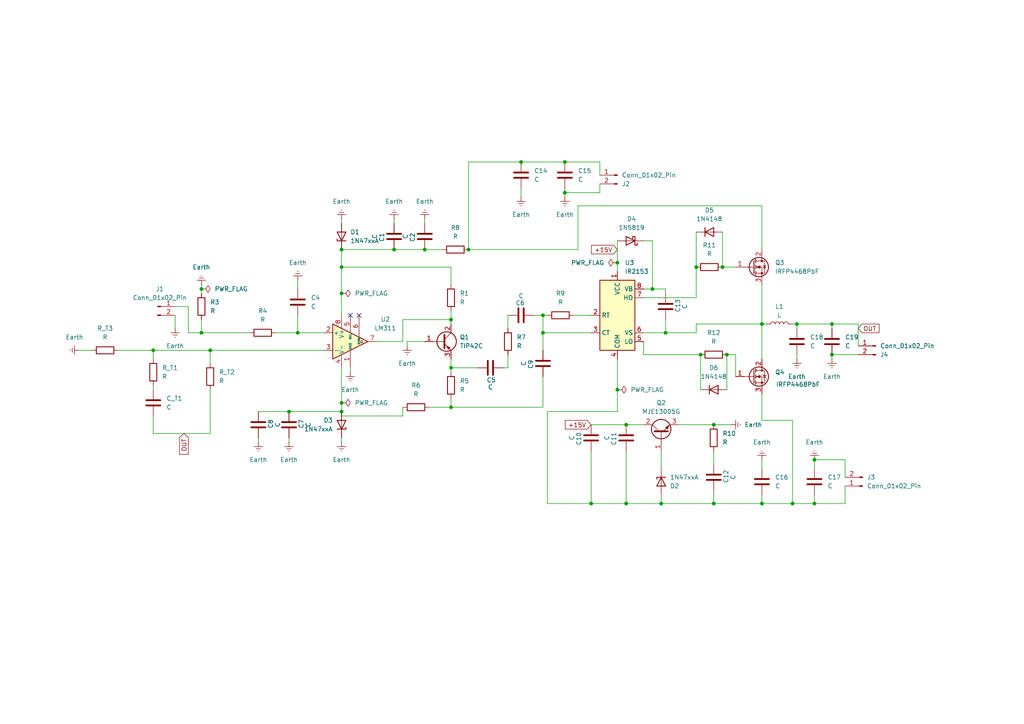
<source format=kicad_sch>
(kicad_sch (version 20250114) (generator "eeschema") (generator_version "9.0")
  (paper "A4")
  (lib_symbols
    (symbol "Comparator:LM311" (pin_names (offset 0.127))
      (property "Reference" "U" (at 3.81 6.35 0))
      (property "Value" "LM311" (at 3.81 3.81 0))
      (symbol "LM311_0_1"
        (polyline (pts (xy 3.683 -0.381) (xy 3.302 -0.381) (xy 3.683 0) (xy 3.302 0.381) (xy 2.921 0) (xy 3.302 -0.381) (xy 2.921 -0.381)) (stroke (width 0.127)))
        (polyline (pts (xy 5.08 0) (xy -5.08 5.08) (xy -5.08 -5.08) (xy 5.08 0)) (stroke (width 0.254)) (fill (type background)))
      )
      (symbol "LM311_1_1"
        (pin input line (at -7.62 2.54 0) (length 2.54) (name "+") (number "2"))
        (pin input line (at -7.62 -2.54 0) (length 2.54) (name "-") (number "3"))
        (pin power_in line (at -2.54 7.62 270) (length 3.81) (name "V+") (number "8"))
        (pin power_in line (at -2.54 -7.62 90) (length 3.81) (name "V-") (number "4"))
        (pin input line (at 0 7.62 270) (length 5.08) (name "BAL") (number "5"))
        (pin passive line (at 0 -7.62 90) (length 5.08) (name "GND") (number "1"))
        (pin input line (at 2.54 7.62 270) (length 6.35) (name "STRB") (number "6"))
        (pin open_collector line (at 7.62 0 180) (length 2.54) (name "~") (number "7"))
      )
    )
    (symbol "Connector:Conn_01x02_Pin" (pin_names (offset 1.016) (hide yes))
      (property "Reference" "J" (at 0 2.54 0))
      (property "Value" "Conn_01x02_Pin" (at 0 -5.08 0))
      (symbol "Conn_01x02_Pin_1_1"
        (rectangle (start 0.8636 0.127) (end 0 -0.127) (stroke (width 0.1524)) (fill (type outline)))
        (rectangle (start 0.8636 -2.413) (end 0 -2.667) (stroke (width 0.1524)) (fill (type outline)))
        (polyline (pts (xy 1.27 0) (xy 0.8636 0)) (stroke (width 0.1524)))
        (polyline (pts (xy 1.27 -2.54) (xy 0.8636 -2.54)) (stroke (width 0.1524)))
        (pin passive line (at 5.08 0 180) (length 3.81) (name "Pin_1") (number "1"))
        (pin passive line (at 5.08 -2.54 180) (length 3.81) (name "Pin_2") (number "2"))
      )
    )
    (symbol "Device:C" (pin_numbers (hide yes)) (pin_names (offset 0.254))
      (property "Reference" "C" (at 0.635 2.54 0))
      (property "Value" "C" (at 0.635 -2.54 0))
      (symbol "C_0_1"
        (polyline (pts (xy -2.032 0.762) (xy 2.032 0.762)) (stroke (width 0.508)))
        (polyline (pts (xy -2.032 -0.762) (xy 2.032 -0.762)) (stroke (width 0.508)))
      )
      (symbol "C_1_1"
        (pin passive line (at 0 3.81 270) (length 2.794) (name "~") (number "1"))
        (pin passive line (at 0 -3.81 90) (length 2.794) (name "~") (number "2"))
      )
    )
    (symbol "Device:L" (pin_numbers (hide yes)) (pin_names (offset 1.016) (hide yes))
      (property "Reference" "L" (at -1.27 0 90))
      (property "Value" "L" (at 1.905 0 90))
      (symbol "L_0_1"
        (arc (start 0 2.54) (mid 0.6323 1.905) (end 0 1.27))
        (arc (start 0 1.27) (mid 0.6323 0.635) (end 0 0))
        (arc (start 0 0) (mid 0.6323 -0.635) (end 0 -1.27))
        (arc (start 0 -1.27) (mid 0.6323 -1.905) (end 0 -2.54))
      )
      (symbol "L_1_1"
        (pin passive line (at 0 3.81 270) (length 1.27) (name "1") (number "1"))
        (pin passive line (at 0 -3.81 90) (length 1.27) (name "2") (number "2"))
      )
    )
    (symbol "Device:R" (pin_numbers (hide yes)) (pin_names (offset 0))
      (property "Reference" "R" (at 2.032 0 90))
      (property "Value" "R" (at 0 0 90))
      (symbol "R_0_1"
        (rectangle (start -1.016 -2.54) (end 1.016 2.54) (stroke (width 0.254)))
      )
      (symbol "R_1_1"
        (pin passive line (at 0 3.81 270) (length 1.27) (name "~") (number "1"))
        (pin passive line (at 0 -3.81 90) (length 1.27) (name "~") (number "2"))
      )
    )
    (symbol "Diode:1N4148" (pin_numbers (hide yes)) (pin_names (hide yes))
      (property "Reference" "D" (at 0 2.54 0))
      (property "Value" "1N4148" (at 0 -2.54 0))
      (symbol "1N4148_0_1"
        (polyline (pts (xy -1.27 1.27) (xy -1.27 -1.27)) (stroke (width 0.254)))
        (polyline (pts (xy 1.27 1.27) (xy 1.27 -1.27) (xy -1.27 0) (xy 1.27 1.27)) (stroke (width 0.254)))
        (polyline (pts (xy 1.27 0) (xy -1.27 0)))
      )
      (symbol "1N4148_1_1"
        (pin passive line (at -3.81 0 0) (length 2.54) (name "K") (number "1"))
        (pin passive line (at 3.81 0 180) (length 2.54) (name "A") (number "2"))
      )
    )
    (symbol "Diode:1N47xxA" (pin_numbers (hide yes)) (pin_names (hide yes))
      (property "Reference" "D" (at 0 2.54 0))
      (property "Value" "1N47xxA" (at 0 -2.54 0))
      (symbol "1N47xxA_0_1"
        (polyline (pts (xy -1.27 -1.27) (xy -1.27 1.27) (xy -0.762 1.27)) (stroke (width 0.254)))
        (polyline (pts (xy 1.27 0) (xy -1.27 0)))
        (polyline (pts (xy 1.27 -1.27) (xy 1.27 1.27) (xy -1.27 0) (xy 1.27 -1.27)) (stroke (width 0.254)))
      )
      (symbol "1N47xxA_1_1"
        (pin passive line (at -3.81 0 0) (length 2.54) (name "K") (number "1"))
        (pin passive line (at 3.81 0 180) (length 2.54) (name "A") (number "2"))
      )
    )
    (symbol "Diode:1N5819" (pin_numbers (hide yes)) (pin_names (offset 1.016) (hide yes))
      (property "Reference" "D" (at 0 2.54 0))
      (property "Value" "1N5819" (at 0 -2.54 0))
      (symbol "1N5819_0_1"
        (polyline (pts (xy -1.905 0.635) (xy -1.905 1.27) (xy -1.27 1.27) (xy -1.27 -1.27) (xy -0.635 -1.27) (xy -0.635 -0.635)) (stroke (width 0.254)))
        (polyline (pts (xy 1.27 1.27) (xy 1.27 -1.27) (xy -1.27 0) (xy 1.27 1.27)) (stroke (width 0.254)))
        (polyline (pts (xy 1.27 0) (xy -1.27 0)))
      )
      (symbol "1N5819_1_1"
        (pin passive line (at -3.81 0 0) (length 2.54) (name "K") (number "1"))
        (pin passive line (at 3.81 0 180) (length 2.54) (name "A") (number "2"))
      )
    )
    (symbol "Driver_FET:IR2153"
      (property "Reference" "U" (at 1.27 13.335 0))
      (property "Value" "IR2153" (at 1.27 11.43 0))
      (symbol "IR2153_0_1"
        (rectangle (start -5.08 -10.16) (end 5.08 10.16) (stroke (width 0.254)) (fill (type background)))
      )
      (symbol "IR2153_1_1"
        (pin passive line (at -7.62 0 0) (length 2.54) (name "RT") (number "2"))
        (pin passive line (at -7.62 -5.08 0) (length 2.54) (name "CT") (number "3"))
        (pin power_in line (at 0 12.7 270) (length 2.54) (name "VCC") (number "1"))
        (pin power_in line (at 0 -12.7 90) (length 2.54) (name "COM") (number "4"))
        (pin passive line (at 7.62 7.62 180) (length 2.54) (name "VB") (number "8"))
        (pin output line (at 7.62 5.08 180) (length 2.54) (name "HO") (number "7"))
        (pin passive line (at 7.62 -5.08 180) (length 2.54) (name "VS") (number "6"))
        (pin output line (at 7.62 -7.62 180) (length 2.54) (name "LO") (number "5"))
      )
    )
    (symbol "Transistor_BJT:MJE13005G" (pin_names (offset 0) (hide yes))
      (property "Reference" "Q" (at 6.35 1.905 0))
      (property "Value" "MJE13005G" (at 6.35 0 0))
      (symbol "MJE13005G_0_1"
        (polyline (pts (xy -2.54 0) (xy 0.635 0)))
        (polyline (pts (xy 0.635 1.905) (xy 0.635 -1.905)) (stroke (width 0.508)))
        (circle (center 1.27 0) (radius 2.8194) (stroke (width 0.254)))
      )
      (symbol "MJE13005G_1_1"
        (polyline (pts (xy 0.635 0.635) (xy 2.54 2.54)))
        (polyline (pts (xy 0.635 -0.635) (xy 2.54 -2.54)))
        (polyline (pts (xy 1.27 -1.778) (xy 1.778 -1.27) (xy 2.286 -2.286) (xy 1.27 -1.778)) (fill (type outline)))
        (pin input line (at -5.08 0 0) (length 2.54) (name "B") (number "1"))
        (pin passive line (at 2.54 5.08 270) (length 2.54) (name "C") (number "2"))
        (pin passive line (at 2.54 -5.08 90) (length 2.54) (name "E") (number "3"))
      )
    )
    (symbol "Transistor_BJT:TIP42C" (pin_names (offset 0) (hide yes))
      (property "Reference" "Q" (at 6.35 1.905 0))
      (property "Value" "TIP42C" (at 6.35 0 0))
      (symbol "TIP42C_0_1"
        (polyline (pts (xy -2.54 0) (xy 0.635 0)))
        (polyline (pts (xy 0.635 1.905) (xy 0.635 -1.905)) (stroke (width 0.508)))
        (polyline (pts (xy 0.635 0.635) (xy 2.54 2.54)))
        (polyline (pts (xy 0.635 -0.635) (xy 2.54 -2.54)))
        (circle (center 1.27 0) (radius 2.8194) (stroke (width 0.254)))
        (polyline (pts (xy 2.286 -1.778) (xy 1.778 -2.286) (xy 1.27 -1.27) (xy 2.286 -1.778)) (fill (type outline)))
      )
      (symbol "TIP42C_1_1"
        (pin input line (at -5.08 0 0) (length 2.54) (name "B") (number "1"))
        (pin passive line (at 2.54 5.08 270) (length 2.54) (name "C") (number "2"))
        (pin passive line (at 2.54 -5.08 90) (length 2.54) (name "E") (number "3"))
      )
    )
    (symbol "Transistor_FET:IRFP4468PbF" (pin_names (hide yes))
      (property "Reference" "Q" (at 5.08 1.905 0))
      (property "Value" "IRFP4468PbF" (at 5.08 0 0))
      (symbol "IRFP4468PbF_0_1"
        (polyline (pts (xy 0.254 1.905) (xy 0.254 -1.905)) (stroke (width 0.254)))
        (polyline (pts (xy 0.254 0) (xy -2.54 0)))
        (polyline (pts (xy 0.762 2.286) (xy 0.762 1.27)) (stroke (width 0.254)))
        (polyline (pts (xy 0.762 0.508) (xy 0.762 -0.508)) (stroke (width 0.254)))
        (polyline (pts (xy 0.762 -1.27) (xy 0.762 -2.286)) (stroke (width 0.254)))
        (polyline (pts (xy 0.762 -1.778) (xy 3.302 -1.778) (xy 3.302 1.778) (xy 0.762 1.778)))
        (polyline (pts (xy 1.016 0) (xy 2.032 0.381) (xy 2.032 -0.381) (xy 1.016 0)) (fill (type outline)))
        (circle (center 1.651 0) (radius 2.794) (stroke (width 0.254)))
        (polyline (pts (xy 2.54 2.54) (xy 2.54 1.778)))
        (circle (center 2.54 1.778) (radius 0.254) (fill (type outline)))
        (circle (center 2.54 -1.778) (radius 0.254) (fill (type outline)))
        (polyline (pts (xy 2.54 -2.54) (xy 2.54 0) (xy 0.762 0)))
        (polyline (pts (xy 2.794 0.508) (xy 2.921 0.381) (xy 3.683 0.381) (xy 3.81 0.254)))
        (polyline (pts (xy 3.302 0.381) (xy 2.921 -0.254) (xy 3.683 -0.254) (xy 3.302 0.381)))
      )
      (symbol "IRFP4468PbF_1_1"
        (pin input line (at -5.08 0 0) (length 2.54) (name "G") (number "1"))
        (pin passive line (at 2.54 5.08 270) (length 2.54) (name "D") (number "2"))
        (pin passive line (at 2.54 -5.08 90) (length 2.54) (name "S") (number "3"))
      )
    )
    (symbol "power:Earth" (power) (pin_numbers (hide yes)) (pin_names (offset 0) (hide yes))
      (property "Value" "Earth" (at 0 -3.81 0))
      (symbol "Earth_0_1"
        (polyline (pts (xy -0.635 -1.905) (xy 0.635 -1.905)))
        (polyline (pts (xy -0.127 -2.54) (xy 0.127 -2.54)))
        (polyline (pts (xy 0 -1.27) (xy 0 0)))
        (polyline (pts (xy 1.27 -1.27) (xy -1.27 -1.27)))
      )
      (symbol "Earth_1_1"
        (pin power_in line (at 0 0 270) (length 0) (name "~") (number "1"))
      )
    )
    (symbol "power:PWR_FLAG" (power) (pin_numbers (hide yes)) (pin_names (offset 0) (hide yes))
      (property "Value" "PWR_FLAG" (at 0 3.81 0))
      (symbol "PWR_FLAG_0_0"
        (pin power_out line (at 0 0 90) (length 0) (name "~") (number "1"))
      )
      (symbol "PWR_FLAG_0_1"
        (polyline (pts (xy 0 0) (xy 0 1.27) (xy -1.016 1.905) (xy 0 2.54) (xy 1.016 1.905) (xy 0 1.27)))
      )
    )
  )
  (junction (at 130.81 92.71))
  (junction (at 220.98 146.05))
  (junction (at 58.42 83.82))
  (junction (at 157.48 91.44))
  (junction (at 163.83 46.99))
  (junction (at 220.98 93.98))
  (junction (at 58.42 96.52))
  (junction (at 163.83 55.88))
  (junction (at 241.3 102.87))
  (junction (at 60.96 101.6))
  (junction (at 209.55 77.47))
  (junction (at 44.45 101.6))
  (junction (at 83.82 119.38))
  (junction (at 157.48 96.52))
  (junction (at 171.45 146.05))
  (junction (at 210.82 102.87))
  (junction (at 203.2 102.87))
  (junction (at 189.23 83.82))
  (junction (at 123.19 72.39))
  (junction (at 114.3 72.39))
  (junction (at 193.04 96.52))
  (junction (at 99.06 72.39))
  (junction (at 151.13 46.99))
  (junction (at 86.36 96.52))
  (junction (at 135.89 72.39))
  (junction (at 207.01 146.05))
  (junction (at 231.14 93.98))
  (junction (at 229.87 146.05))
  (junction (at 99.06 116.84))
  (junction (at 179.07 113.03))
  (junction (at 181.61 146.05))
  (junction (at 191.77 146.05))
  (junction (at 179.07 76.2))
  (junction (at 130.81 118.11))
  (junction (at 241.3 93.98))
  (junction (at 99.06 119.38))
  (junction (at 236.22 146.05))
  (junction (at 99.06 85.09))
  (junction (at 201.93 77.47))
  (junction (at 99.06 77.47))
  (junction (at 130.81 106.68))
  (junction (at 207.01 123.19))
  (junction (at 181.61 123.19))
  (junction (at 236.22 133.35))
  (no_connect (at 101.6 91.44))
  (no_connect (at 104.14 91.44))
  (wire (pts (xy 157.48 96.52) (xy 171.45 96.52)))
  (wire (pts (xy 80.01 96.52) (xy 86.36 96.52)))
  (wire (pts (xy 193.04 96.52) (xy 201.93 96.52)))
  (wire (pts (xy 241.3 102.87) (xy 241.3 104.14)))
  (wire (pts (xy 114.3 72.39) (xy 123.19 72.39)))
  (wire (pts (xy 99.06 128.27) (xy 99.06 127)))
  (wire (pts (xy 220.98 114.3) (xy 220.98 121.92)))
  (wire (pts (xy 167.64 59.69) (xy 167.64 72.39)))
  (wire (pts (xy 189.23 69.85) (xy 189.23 83.82)))
  (wire (pts (xy 99.06 85.09) (xy 99.06 91.44)))
  (wire (pts (xy 220.98 93.98) (xy 220.98 104.14)))
  (wire (pts (xy 60.96 125.73) (xy 44.45 125.73)))
  (wire (pts (xy 181.61 123.19) (xy 186.69 123.19)))
  (wire (pts (xy 236.22 146.05) (xy 245.11 146.05)))
  (wire (pts (xy 193.04 92.71) (xy 193.04 96.52)))
  (wire (pts (xy 99.06 120.65) (xy 99.06 119.38)))
  (wire (pts (xy 83.82 128.27) (xy 83.82 127)))
  (wire (pts (xy 157.48 91.44) (xy 158.75 91.44)))
  (wire (pts (xy 158.75 119.38) (xy 158.75 146.05)))
  (wire (pts (xy 109.22 99.06) (xy 116.84 99.06)))
  (wire (pts (xy 245.11 138.43) (xy 245.11 133.35)))
  (wire (pts (xy 196.85 123.19) (xy 207.01 123.19)))
  (wire (pts (xy 220.98 72.39) (xy 220.98 59.69)))
  (wire (pts (xy 157.48 96.52) (xy 157.48 101.6)))
  (wire (pts (xy 179.07 76.2) (xy 179.07 78.74)))
  (wire (pts (xy 229.87 146.05) (xy 236.22 146.05)))
  (wire (pts (xy 44.45 125.73) (xy 44.45 120.65)))
  (wire (pts (xy 201.93 86.36) (xy 186.69 86.36)))
  (wire (pts (xy 201.93 96.52) (xy 201.93 93.98)))
  (wire (pts (xy 209.55 77.47) (xy 213.36 77.47)))
  (wire (pts (xy 210.82 113.03) (xy 210.82 102.87)))
  (wire (pts (xy 130.81 106.68) (xy 138.43 106.68)))
  (wire (pts (xy 236.22 133.35) (xy 236.22 135.89)))
  (wire (pts (xy 158.75 146.05) (xy 171.45 146.05)))
  (wire (pts (xy 207.01 123.19) (xy 212.09 123.19)))
  (wire (pts (xy 207.01 142.24) (xy 207.01 146.05)))
  (wire (pts (xy 147.32 106.68) (xy 146.05 106.68)))
  (wire (pts (xy 83.82 119.38) (xy 74.93 119.38)))
  (wire (pts (xy 171.45 130.81) (xy 171.45 146.05)))
  (wire (pts (xy 191.77 130.81) (xy 191.77 135.89)))
  (wire (pts (xy 44.45 111.76) (xy 44.45 113.03)))
  (wire (pts (xy 236.22 143.51) (xy 236.22 146.05)))
  (wire (pts (xy 151.13 46.99) (xy 163.83 46.99)))
  (wire (pts (xy 181.61 130.81) (xy 181.61 146.05)))
  (wire (pts (xy 99.06 77.47) (xy 99.06 85.09)))
  (wire (pts (xy 135.89 72.39) (xy 135.89 46.99)))
  (wire (pts (xy 116.84 118.11) (xy 116.84 120.65)))
  (wire (pts (xy 220.98 93.98) (xy 222.25 93.98)))
  (wire (pts (xy 58.42 92.71) (xy 58.42 96.52)))
  (wire (pts (xy 99.06 119.38) (xy 83.82 119.38)))
  (wire (pts (xy 44.45 101.6) (xy 44.45 104.14)))
  (wire (pts (xy 220.98 133.35) (xy 220.98 135.89)))
  (wire (pts (xy 229.87 121.92) (xy 229.87 146.05)))
  (wire (pts (xy 101.6 106.68) (xy 101.6 107.95)))
  (wire (pts (xy 193.04 85.09) (xy 193.04 83.82)))
  (wire (pts (xy 123.19 63.5) (xy 123.19 64.77)))
  (wire (pts (xy 241.3 93.98) (xy 248.92 93.98)))
  (wire (pts (xy 157.48 109.22) (xy 157.48 118.11)))
  (wire (pts (xy 50.8 88.9) (xy 54.61 88.9)))
  (wire (pts (xy 163.83 55.88) (xy 163.83 57.15)))
  (wire (pts (xy 179.07 119.38) (xy 158.75 119.38)))
  (wire (pts (xy 151.13 54.61) (xy 151.13 57.15)))
  (wire (pts (xy 179.07 104.14) (xy 179.07 113.03)))
  (wire (pts (xy 60.96 105.41) (xy 60.96 101.6)))
  (wire (pts (xy 248.92 100.33) (xy 248.92 93.98)))
  (wire (pts (xy 60.96 113.03) (xy 60.96 125.73)))
  (wire (pts (xy 130.81 118.11) (xy 130.81 115.57)))
  (wire (pts (xy 116.84 92.71) (xy 130.81 92.71)))
  (wire (pts (xy 171.45 123.19) (xy 181.61 123.19)))
  (wire (pts (xy 114.3 63.5) (xy 114.3 64.77)))
  (wire (pts (xy 220.98 121.92) (xy 229.87 121.92)))
  (wire (pts (xy 86.36 96.52) (xy 93.98 96.52)))
  (wire (pts (xy 220.98 143.51) (xy 220.98 146.05)))
  (wire (pts (xy 130.81 104.14) (xy 130.81 106.68)))
  (wire (pts (xy 231.14 102.87) (xy 231.14 104.14)))
  (wire (pts (xy 229.87 146.05) (xy 220.98 146.05)))
  (wire (pts (xy 241.3 95.25) (xy 241.3 93.98)))
  (wire (pts (xy 229.87 93.98) (xy 231.14 93.98)))
  (wire (pts (xy 201.93 93.98) (xy 220.98 93.98)))
  (wire (pts (xy 179.07 113.03) (xy 179.07 119.38)))
  (wire (pts (xy 191.77 146.05) (xy 191.77 143.51)))
  (wire (pts (xy 231.14 93.98) (xy 231.14 95.25)))
  (wire (pts (xy 173.99 53.34) (xy 173.99 55.88)))
  (wire (pts (xy 86.36 81.28) (xy 86.36 83.82)))
  (wire (pts (xy 116.84 99.06) (xy 116.84 92.71)))
  (wire (pts (xy 171.45 146.05) (xy 181.61 146.05)))
  (wire (pts (xy 220.98 59.69) (xy 167.64 59.69)))
  (wire (pts (xy 173.99 50.8) (xy 173.99 46.99)))
  (wire (pts (xy 123.19 72.39) (xy 128.27 72.39)))
  (wire (pts (xy 157.48 91.44) (xy 157.48 96.52)))
  (wire (pts (xy 34.29 101.6) (xy 44.45 101.6)))
  (wire (pts (xy 241.3 102.87) (xy 248.92 102.87)))
  (wire (pts (xy 181.61 146.05) (xy 191.77 146.05)))
  (wire (pts (xy 231.14 93.98) (xy 241.3 93.98)))
  (wire (pts (xy 186.69 83.82) (xy 189.23 83.82)))
  (wire (pts (xy 123.19 99.06) (xy 118.11 99.06)))
  (wire (pts (xy 173.99 46.99) (xy 163.83 46.99)))
  (wire (pts (xy 163.83 54.61) (xy 163.83 55.88)))
  (wire (pts (xy 60.96 101.6) (xy 93.98 101.6)))
  (wire (pts (xy 130.81 82.55) (xy 130.81 77.47)))
  (wire (pts (xy 130.81 106.68) (xy 130.81 107.95)))
  (wire (pts (xy 99.06 72.39) (xy 114.3 72.39)))
  (wire (pts (xy 86.36 91.44) (xy 86.36 96.52)))
  (wire (pts (xy 209.55 67.31) (xy 209.55 77.47)))
  (wire (pts (xy 54.61 88.9) (xy 54.61 96.52)))
  (wire (pts (xy 147.32 102.87) (xy 147.32 106.68)))
  (wire (pts (xy 210.82 102.87) (xy 213.36 102.87)))
  (wire (pts (xy 58.42 82.55) (xy 58.42 83.82)))
  (wire (pts (xy 179.07 69.85) (xy 179.07 76.2)))
  (wire (pts (xy 186.69 69.85) (xy 189.23 69.85)))
  (wire (pts (xy 58.42 83.82) (xy 58.42 85.09)))
  (wire (pts (xy 207.01 146.05) (xy 191.77 146.05)))
  (wire (pts (xy 201.93 67.31) (xy 201.93 77.47)))
  (wire (pts (xy 116.84 120.65) (xy 99.06 120.65)))
  (wire (pts (xy 157.48 118.11) (xy 130.81 118.11)))
  (wire (pts (xy 154.94 91.44) (xy 157.48 91.44)))
  (wire (pts (xy 130.81 92.71) (xy 130.81 93.98)))
  (wire (pts (xy 245.11 140.97) (xy 245.11 146.05)))
  (wire (pts (xy 201.93 77.47) (xy 201.93 86.36)))
  (wire (pts (xy 99.06 63.5) (xy 99.06 64.77)))
  (wire (pts (xy 22.86 101.6) (xy 26.67 101.6)))
  (wire (pts (xy 245.11 133.35) (xy 236.22 133.35)))
  (wire (pts (xy 50.8 91.44) (xy 50.8 95.25)))
  (wire (pts (xy 193.04 96.52) (xy 186.69 96.52)))
  (wire (pts (xy 203.2 102.87) (xy 186.69 102.87)))
  (wire (pts (xy 220.98 82.55) (xy 220.98 93.98)))
  (wire (pts (xy 173.99 55.88) (xy 163.83 55.88)))
  (wire (pts (xy 44.45 101.6) (xy 60.96 101.6)))
  (wire (pts (xy 99.06 116.84) (xy 99.06 119.38)))
  (wire (pts (xy 167.64 72.39) (xy 135.89 72.39)))
  (wire (pts (xy 147.32 91.44) (xy 147.32 95.25)))
  (wire (pts (xy 130.81 77.47) (xy 99.06 77.47)))
  (wire (pts (xy 135.89 46.99) (xy 151.13 46.99)))
  (wire (pts (xy 99.06 72.39) (xy 99.06 77.47)))
  (wire (pts (xy 203.2 102.87) (xy 203.2 113.03)))
  (wire (pts (xy 118.11 99.06) (xy 118.11 100.33)))
  (wire (pts (xy 124.46 118.11) (xy 130.81 118.11)))
  (wire (pts (xy 130.81 90.17) (xy 130.81 92.71)))
  (wire (pts (xy 99.06 106.68) (xy 99.06 116.84)))
  (wire (pts (xy 220.98 146.05) (xy 207.01 146.05)))
  (wire (pts (xy 54.61 96.52) (xy 58.42 96.52)))
  (wire (pts (xy 193.04 83.82) (xy 189.23 83.82)))
  (wire (pts (xy 74.93 128.27) (xy 74.93 127)))
  (wire (pts (xy 166.37 91.44) (xy 171.45 91.44)))
  (wire (pts (xy 213.36 102.87) (xy 213.36 109.22)))
  (wire (pts (xy 186.69 102.87) (xy 186.69 99.06)))
  (wire (pts (xy 207.01 130.81) (xy 207.01 134.62)))
  (wire (pts (xy 58.42 96.52) (xy 72.39 96.52)))
  (global_label "OUT" (shape input) (at 248.92 95.25 0) (property "Intersheetrefs" "${INTERSHEET_REFS}" (effects (hide yes))))
  (global_label "OUT" (shape input) (at 53.34 125.73 270) (property "Intersheetrefs" "${INTERSHEET_REFS}" (effects (hide yes))))
  (global_label "+15V" (shape input) (at 171.45 123.19 180) (property "Intersheetrefs" "${INTERSHEET_REFS}" (effects (hide yes))))
  (global_label "+15V" (shape input) (at 179.07 72.39 180) (property "Intersheetrefs" "${INTERSHEET_REFS}" (effects (hide yes))))
  (symbol (lib_id "power:Earth") (at 118.11 100.33 0) (unit 1)
    (property "Reference" "#PWR014" (effects (hide yes)))
    (property "Value" "Earth" (at 118.11 105.41 0))
    (property "Description" "Power symbol creates a global label with name \"Earth\"" (effects (hide yes)))
  )
  (symbol (lib_id "Driver_FET:IR2153") (at 179.07 91.44 0) (unit 1)
    (property "Reference" "U3" (at 181.2133 76.2 0) (effects (justify left)))
    (property "Value" "IR2153" (at 181.2133 78.74 0) (effects (justify left)))
    (property "Footprint" "Package_DIP:DIP-8_W7.62mm" (effects (hide yes)))
    (property "Datasheet" "https://www.infineon.com/dgdl/ir2153.pdf?fileId=5546d462533600a4015355c8c5fc16af" (effects (hide yes)))
    (property "Description" "Self-Oscillating Half-Bridge Driver, 600V, PDIP-8/SOIC-8" (effects (hide yes)))
  )
  (symbol (lib_id "power:Earth") (at 151.13 57.15 0) (unit 1)
    (property "Reference" "#PWR016" (effects (hide yes)))
    (property "Value" "Earth" (at 151.13 62.23 0))
    (property "Description" "Power symbol creates a global label with name \"Earth\"" (effects (hide yes)))
  )
  (symbol (lib_id "Diode:1N47xxA") (at 99.06 68.58 90) (unit 1)
    (property "Reference" "D1" (at 101.6 67.3099 90) (effects (justify right)))
    (property "Value" "1N47xxA" (at 101.6 69.8499 90) (effects (justify right)))
    (property "Footprint" "Diode_THT:D_DO-41_SOD81_P10.16mm_Horizontal" (effects (hide yes)))
    (property "Datasheet" "https://www.vishay.com/docs/85816/1n4728a.pdf" (effects (hide yes)))
    (property "Description" "1300mW Silicon planar power Zener diodes, DO-41" (effects (hide yes)))
  )
  (symbol (lib_id "Device:C") (at 151.13 50.8 0) (unit 1)
    (property "Reference" "C14" (at 154.94 49.5299 0) (effects (justify left)))
    (property "Value" "C" (at 154.94 52.0699 0) (effects (justify left)))
    (property "Footprint" "Capacitor_THT:C_Radial_D6.3mm_H5.0mm_P2.50mm" (effects (hide yes)))
    (property "Description" "Unpolarized capacitor" (effects (hide yes)))
  )
  (symbol (lib_id "Device:C") (at 231.14 99.06 0) (unit 1)
    (property "Reference" "C18" (at 234.95 97.7899 0) (effects (justify left)))
    (property "Value" "C" (at 234.95 100.3299 0) (effects (justify left)))
    (property "Footprint" "Capacitor_THT:C_Radial_D6.3mm_H5.0mm_P2.50mm" (effects (hide yes)))
    (property "Description" "Unpolarized capacitor" (effects (hide yes)))
  )
  (symbol (lib_id "Device:R") (at 30.48 101.6 90) (unit 1)
    (property "Reference" "R_T3" (at 30.48 95.25 90))
    (property "Value" "R" (at 30.48 97.79 90))
    (property "Footprint" "Resistor_THT:R_Axial_DIN0207_L6.3mm_D2.5mm_P2.54mm_Vertical" (effects (hide yes)))
    (property "Description" "Resistor" (effects (hide yes)))
  )
  (symbol (lib_id "Diode:1N47xxA") (at 191.77 139.7 90) (mirror x) (unit 1)
    (property "Reference" "D2" (at 194.31 140.9701 90) (effects (justify right)))
    (property "Value" "1N47xxA" (at 194.31 138.4301 90) (effects (justify right)))
    (property "Footprint" "Diode_THT:D_DO-41_SOD81_P10.16mm_Horizontal" (effects (hide yes)))
    (property "Datasheet" "https://www.vishay.com/docs/85816/1n4728a.pdf" (effects (hide yes)))
    (property "Description" "1300mW Silicon planar power Zener diodes, DO-41" (effects (hide yes)))
  )
  (symbol (lib_id "power:PWR_FLAG") (at 99.06 116.84 270) (unit 1)
    (property "Reference" "#FLG05" (effects (hide yes)))
    (property "Value" "PWR_FLAG" (at 102.87 116.8399 90) (effects (justify left)))
    (property "Description" "Special symbol for telling ERC where power comes from" (effects (hide yes)))
  )
  (symbol (lib_id "power:Earth") (at 220.98 133.35 180) (unit 1)
    (property "Reference" "#PWR018" (effects (hide yes)))
    (property "Value" "Earth" (at 220.98 128.27 0))
    (property "Description" "Power symbol creates a global label with name \"Earth\"" (effects (hide yes)))
  )
  (symbol (lib_id "power:Earth") (at 50.8 95.25 0) (unit 1)
    (property "Reference" "#PWR03" (effects (hide yes)))
    (property "Value" "Earth" (at 50.8 100.33 0))
    (property "Description" "Power symbol creates a global label with name \"Earth\"" (effects (hide yes)))
  )
  (symbol (lib_id "power:Earth") (at 236.22 133.35 180) (unit 1)
    (property "Reference" "#PWR019" (effects (hide yes)))
    (property "Value" "Earth" (at 236.22 128.27 0))
    (property "Description" "Power symbol creates a global label with name \"Earth\"" (effects (hide yes)))
  )
  (symbol (lib_id "Device:C") (at 74.93 123.19 0) (unit 1)
    (property "Reference" "C8" (at 78.486 122.936 90))
    (property "Value" "C" (at 80.518 123.19 90))
    (property "Footprint" "Capacitor_THT:C_Radial_D6.3mm_H5.0mm_P2.50mm" (effects (hide yes)))
    (property "Description" "Unpolarized capacitor" (effects (hide yes)))
  )
  (symbol (lib_id "power:Earth") (at 99.06 128.27 0) (unit 1)
    (property "Reference" "#PWR010" (effects (hide yes)))
    (property "Value" "Earth" (at 99.06 133.35 0))
    (property "Description" "Power symbol creates a global label with name \"Earth\"" (effects (hide yes)))
  )
  (symbol (lib_id "Device:R") (at 207.01 127 180) (unit 1)
    (property "Reference" "R10" (at 209.55 125.7299 0) (effects (justify right)))
    (property "Value" "R" (at 209.55 128.2699 0) (effects (justify right)))
    (property "Footprint" "Resistor_THT:R_Axial_DIN0207_L6.3mm_D2.5mm_P2.54mm_Vertical" (effects (hide yes)))
    (property "Description" "Resistor" (effects (hide yes)))
  )
  (symbol (lib_id "power:Earth") (at 83.82 128.27 0) (unit 1)
    (property "Reference" "#PWR011" (effects (hide yes)))
    (property "Value" "Earth" (at 83.82 133.35 0))
    (property "Description" "Power symbol creates a global label with name \"Earth\"" (effects (hide yes)))
  )
  (symbol (lib_id "power:Earth") (at 163.83 57.15 0) (unit 1)
    (property "Reference" "#PWR017" (effects (hide yes)))
    (property "Value" "Earth" (at 163.83 62.23 0))
    (property "Description" "Power symbol creates a global label with name \"Earth\"" (effects (hide yes)))
  )
  (symbol (lib_id "Device:C") (at 171.45 127 180) (unit 1)
    (property "Reference" "C10" (at 167.894 127.254 90))
    (property "Value" "C" (at 165.862 127 90))
    (property "Footprint" "Capacitor_THT:C_Radial_D6.3mm_H5.0mm_P2.50mm" (effects (hide yes)))
    (property "Description" "Unpolarized capacitor" (effects (hide yes)))
  )
  (symbol (lib_id "power:Earth") (at 241.3 104.14 0) (unit 1)
    (property "Reference" "#PWR021" (effects (hide yes)))
    (property "Value" "Earth" (at 241.3 109.22 0))
    (property "Description" "Power symbol creates a global label with name \"Earth\"" (effects (hide yes)))
  )
  (symbol (lib_id "Connector:Conn_01x02_Pin") (at 45.72 88.9 0) (unit 1)
    (property "Reference" "J1" (at 46.355 83.82 0))
    (property "Value" "Conn_01x02_Pin" (at 46.355 86.36 0))
    (property "Footprint" "Connector_Phoenix_GMSTB:PhoenixContact_GMSTBA_2,5_2-G_1x02_P7.50mm_Horizontal" (effects (hide yes)))
    (property "Description" "Generic connector, single row, 01x02, script generated" (effects (hide yes)))
  )
  (symbol (lib_id "Device:C") (at 193.04 88.9 0) (unit 1)
    (property "Reference" "C13" (at 196.596 88.646 90))
    (property "Value" "C" (at 198.628 88.9 90))
    (property "Footprint" "Capacitor_THT:C_Radial_D6.3mm_H5.0mm_P2.50mm" (effects (hide yes)))
    (property "Description" "Unpolarized capacitor" (effects (hide yes)))
  )
  (symbol (lib_id "Device:C") (at 220.98 139.7 0) (unit 1)
    (property "Reference" "C16" (at 224.79 138.4299 0) (effects (justify left)))
    (property "Value" "C" (at 224.79 140.9699 0) (effects (justify left)))
    (property "Footprint" "Capacitor_THT:C_Radial_D6.3mm_H5.0mm_P2.50mm" (effects (hide yes)))
    (property "Description" "Unpolarized capacitor" (effects (hide yes)))
  )
  (symbol (lib_id "Transistor_FET:IRFP4468PbF") (at 218.44 109.22 0) (unit 1)
    (property "Reference" "Q4" (at 224.79 107.9499 0) (effects (justify left)))
    (property "Value" "IRFP4468PbF" (at 225.044 111.506 0) (effects (justify left)))
    (property "Footprint" "Package_TO_SOT_THT:TO-247-3_Vertical" (effects (hide yes)))
    (property "Datasheet" "https://www.infineon.com/dgdl/irfp4468pbf.pdf?fileId=5546d462533600a40153562c73472019" (effects (hide yes)))
    (property "Description" "195A Id, 100V Vds, N-Channel Power MOSFET, TO-247" (effects (hide yes)))
  )
  (symbol (lib_id "Device:C") (at 181.61 127 180) (unit 1)
    (property "Reference" "C11" (at 178.054 127.254 90))
    (property "Value" "C" (at 176.022 127 90))
    (property "Footprint" "Capacitor_THT:C_Radial_D6.3mm_H5.0mm_P2.50mm" (effects (hide yes)))
    (property "Description" "Unpolarized capacitor" (effects (hide yes)))
  )
  (symbol (lib_id "Diode:1N5819") (at 182.88 69.85 180) (unit 1)
    (property "Reference" "D4" (at 183.1975 63.5 0))
    (property "Value" "1N5819" (at 183.1975 66.04 0))
    (property "Footprint" "Diode_THT:D_DO-41_SOD81_P10.16mm_Horizontal" (effects (hide yes)))
    (property "Datasheet" "http://www.vishay.com/docs/88525/1n5817.pdf" (effects (hide yes)))
    (property "Description" "40V 1A Schottky Barrier Rectifier Diode, DO-41" (effects (hide yes)))
  )
  (symbol (lib_id "Device:C") (at 163.83 50.8 0) (unit 1)
    (property "Reference" "C15" (at 167.64 49.5299 0) (effects (justify left)))
    (property "Value" "C" (at 167.64 52.0699 0) (effects (justify left)))
    (property "Footprint" "Capacitor_THT:C_Radial_D6.3mm_H5.0mm_P2.50mm" (effects (hide yes)))
    (property "Description" "Unpolarized capacitor" (effects (hide yes)))
  )
  (symbol (lib_id "Device:C") (at 241.3 99.06 0) (unit 1)
    (property "Reference" "C19" (at 245.11 97.7899 0) (effects (justify left)))
    (property "Value" "C" (at 245.11 100.3299 0) (effects (justify left)))
    (property "Footprint" "Capacitor_THT:C_Radial_D6.3mm_H5.0mm_P2.50mm" (effects (hide yes)))
    (property "Description" "Unpolarized capacitor" (effects (hide yes)))
  )
  (symbol (lib_id "Device:C") (at 83.82 123.19 0) (unit 1)
    (property "Reference" "C7" (at 87.376 122.936 90))
    (property "Value" "C" (at 89.408 123.19 90))
    (property "Footprint" "Capacitor_THT:C_Radial_D6.3mm_H5.0mm_P2.50mm" (effects (hide yes)))
    (property "Description" "Unpolarized capacitor" (effects (hide yes)))
  )
  (symbol (lib_id "power:PWR_FLAG") (at 179.07 76.2 90) (unit 1)
    (property "Reference" "#FLG06" (effects (hide yes)))
    (property "Value" "PWR_FLAG" (at 175.26 76.1999 90) (effects (justify left)))
    (property "Description" "Special symbol for telling ERC where power comes from" (effects (hide yes)))
  )
  (symbol (lib_id "Device:R") (at 60.96 109.22 0) (unit 1)
    (property "Reference" "R_T2" (at 63.5 107.9499 0) (effects (justify left)))
    (property "Value" "R" (at 63.5 110.4899 0) (effects (justify left)))
    (property "Footprint" "Resistor_THT:R_Axial_DIN0207_L6.3mm_D2.5mm_P2.54mm_Vertical" (effects (hide yes)))
    (property "Description" "Resistor" (effects (hide yes)))
  )
  (symbol (lib_id "Device:R") (at 147.32 99.06 180) (unit 1)
    (property "Reference" "R7" (at 149.86 97.7899 0) (effects (justify right)))
    (property "Value" "R" (at 149.86 100.3299 0) (effects (justify right)))
    (property "Footprint" "Resistor_THT:R_Axial_DIN0207_L6.3mm_D2.5mm_P2.54mm_Vertical" (effects (hide yes)))
    (property "Description" "Resistor" (effects (hide yes)))
  )
  (symbol (lib_id "Device:R") (at 76.2 96.52 90) (unit 1)
    (property "Reference" "R4" (at 76.2 90.17 90))
    (property "Value" "R" (at 76.2 92.71 90))
    (property "Footprint" "Resistor_THT:R_Axial_DIN0207_L6.3mm_D2.5mm_P2.54mm_Vertical" (effects (hide yes)))
    (property "Description" "Resistor" (effects (hide yes)))
  )
  (symbol (lib_id "Diode:1N4148") (at 207.01 113.03 0) (unit 1)
    (property "Reference" "D6" (at 207.01 106.68 0))
    (property "Value" "1N4148" (at 207.01 109.22 0))
    (property "Footprint" "Diode_THT:D_DO-35_SOD27_P7.62mm_Horizontal" (effects (hide yes)))
    (property "Datasheet" "https://assets.nexperia.com/documents/data-sheet/1N4148_1N4448.pdf" (effects (hide yes)))
    (property "Description" "100V 0.15A standard switching diode, DO-35" (effects (hide yes)))
    (property "Sim.Device" "D" (effects (hide yes)))
    (property "Sim.Pins" "1=K 2=A" (effects (hide yes)))
  )
  (symbol (lib_id "power:Earth") (at 99.06 63.5 180) (unit 1)
    (property "Reference" "#PWR07" (effects (hide yes)))
    (property "Value" "Earth" (at 99.06 58.42 0))
    (property "Description" "Power symbol creates a global label with name \"Earth\"" (effects (hide yes)))
  )
  (symbol (lib_id "Device:C") (at 44.45 116.84 0) (unit 1)
    (property "Reference" "C_T1" (at 48.26 115.5699 0) (effects (justify left)))
    (property "Value" "C" (at 48.26 118.1099 0) (effects (justify left)))
    (property "Footprint" "Capacitor_THT:C_Radial_D6.3mm_H5.0mm_P2.50mm" (effects (hide yes)))
    (property "Description" "Unpolarized capacitor" (effects (hide yes)))
  )
  (symbol (lib_id "power:Earth") (at 123.19 63.5 180) (unit 1)
    (property "Reference" "#PWR09" (effects (hide yes)))
    (property "Value" "Earth" (at 123.19 58.42 0))
    (property "Description" "Power symbol creates a global label with name \"Earth\"" (effects (hide yes)))
  )
  (symbol (lib_id "Device:R") (at 207.01 102.87 270) (unit 1)
    (property "Reference" "R12" (at 207.01 96.52 90))
    (property "Value" "R" (at 207.01 99.06 90))
    (property "Footprint" "Resistor_THT:R_Axial_DIN0207_L6.3mm_D2.5mm_P2.54mm_Vertical" (effects (hide yes)))
    (property "Description" "Resistor" (effects (hide yes)))
  )
  (symbol (lib_id "power:Earth") (at 114.3 63.5 180) (unit 1)
    (property "Reference" "#PWR08" (effects (hide yes)))
    (property "Value" "Earth" (at 114.3 58.42 0))
    (property "Description" "Power symbol creates a global label with name \"Earth\"" (effects (hide yes)))
  )
  (symbol (lib_id "Connector:Conn_01x02_Pin") (at 254 100.33 0) (mirror y) (unit 1)
    (property "Reference" "J4" (at 255.27 102.8701 0) (effects (justify right)))
    (property "Value" "Conn_01x02_Pin" (at 255.27 100.3301 0) (effects (justify right)))
    (property "Footprint" "Connector_Phoenix_MC:PhoenixContact_MCV_1,5_2-G-3.5_1x02_P3.50mm_Vertical" (effects (hide yes)))
    (property "Description" "Generic connector, single row, 01x02, script generated" (effects (hide yes)))
  )
  (symbol (lib_id "Diode:1N4148") (at 205.74 67.31 0) (unit 1)
    (property "Reference" "D5" (at 205.74 60.96 0))
    (property "Value" "1N4148" (at 205.74 63.5 0))
    (property "Footprint" "Diode_THT:D_DO-35_SOD27_P7.62mm_Horizontal" (effects (hide yes)))
    (property "Datasheet" "https://assets.nexperia.com/documents/data-sheet/1N4148_1N4448.pdf" (effects (hide yes)))
    (property "Description" "100V 0.15A standard switching diode, DO-35" (effects (hide yes)))
    (property "Sim.Device" "D" (effects (hide yes)))
    (property "Sim.Pins" "1=K 2=A" (effects (hide yes)))
  )
  (symbol (lib_id "power:PWR_FLAG") (at 58.42 83.82 270) (unit 1)
    (property "Reference" "#FLG01" (effects (hide yes)))
    (property "Value" "PWR_FLAG" (at 62.23 83.8199 90) (effects (justify left)))
    (property "Description" "Special symbol for telling ERC where power comes from" (effects (hide yes)))
  )
  (symbol (lib_id "Device:R") (at 58.42 88.9 180) (unit 1)
    (property "Reference" "R3" (at 60.96 87.6299 0) (effects (justify right)))
    (property "Value" "R" (at 60.96 90.1699 0) (effects (justify right)))
    (property "Footprint" "Resistor_THT:R_Axial_DIN0207_L6.3mm_D2.5mm_P2.54mm_Vertical" (effects (hide yes)))
    (property "Description" "Resistor" (effects (hide yes)))
  )
  (symbol (lib_id "Transistor_BJT:TIP42C") (at 128.27 99.06 0) (unit 1)
    (property "Reference" "Q1" (at 133.35 97.7899 0) (effects (justify left)))
    (property "Value" "TIP42C" (at 133.35 100.3299 0) (effects (justify left)))
    (property "Footprint" "Package_TO_SOT_THT:TO-220-3_Vertical" (effects (hide yes)))
    (property "Datasheet" "https://www.centralsemi.com/get_document.php?cmp=1&mergetype=pd&mergepath=pd&pdf_id=TIP42.PDF" (effects (hide yes)))
    (property "Description" "-6A Ic, -100V Vce, Power PNP Transistor, TO-220" (effects (hide yes)))
  )
  (symbol (lib_id "Device:C") (at 86.36 87.63 180) (unit 1)
    (property "Reference" "C4" (at 90.17 86.3599 0) (effects (justify right)))
    (property "Value" "C" (at 90.17 88.8999 0) (effects (justify right)))
    (property "Footprint" "Capacitor_THT:C_Radial_D6.3mm_H5.0mm_P2.50mm" (effects (hide yes)))
    (property "Description" "Unpolarized capacitor" (effects (hide yes)))
  )
  (symbol (lib_id "Device:R") (at 130.81 86.36 180) (unit 1)
    (property "Reference" "R1" (at 133.35 85.0899 0) (effects (justify right)))
    (property "Value" "R" (at 133.35 87.6299 0) (effects (justify right)))
    (property "Footprint" "Resistor_THT:R_Axial_DIN0207_L6.3mm_D2.5mm_P2.54mm_Vertical" (effects (hide yes)))
    (property "Description" "Resistor" (effects (hide yes)))
  )
  (symbol (lib_id "Comparator:LM311") (at 101.6 99.06 0) (unit 1)
    (property "Reference" "U2" (at 111.76 92.6398 0))
    (property "Value" "LM311" (at 111.76 95.1798 0))
    (property "Footprint" "Package_DIP:DIP-8_W7.62mm" (effects (hide yes)))
    (property "Datasheet" "https://www.st.com/resource/en/datasheet/lm311.pdf" (effects (hide yes)))
    (property "Description" "Voltage Comparator, DIP-8/SOIC-8" (effects (hide yes)))
  )
  (symbol (lib_id "Transistor_FET:IRFP4468PbF") (at 218.44 77.47 0) (unit 1)
    (property "Reference" "Q3" (at 224.79 76.1999 0) (effects (justify left)))
    (property "Value" "IRFP4468PbF" (at 224.79 78.7399 0) (effects (justify left)))
    (property "Footprint" "Package_TO_SOT_THT:TO-247-3_Vertical" (effects (hide yes)))
    (property "Datasheet" "https://www.infineon.com/dgdl/irfp4468pbf.pdf?fileId=5546d462533600a40153562c73472019" (effects (hide yes)))
    (property "Description" "195A Id, 100V Vds, N-Channel Power MOSFET, TO-247" (effects (hide yes)))
  )
  (symbol (lib_id "Diode:1N47xxA") (at 99.06 123.19 270) (mirror x) (unit 1)
    (property "Reference" "D3" (at 96.52 121.9199 90) (effects (justify right)))
    (property "Value" "1N47xxA" (at 96.52 124.4599 90) (effects (justify right)))
    (property "Footprint" "Diode_THT:D_DO-41_SOD81_P10.16mm_Horizontal" (effects (hide yes)))
    (property "Datasheet" "https://www.vishay.com/docs/85816/1n4728a.pdf" (effects (hide yes)))
    (property "Description" "1300mW Silicon planar power Zener diodes, DO-41" (effects (hide yes)))
  )
  (symbol (lib_id "Device:C") (at 142.24 106.68 270) (unit 1)
    (property "Reference" "C5" (at 142.494 110.236 90))
    (property "Value" "C" (at 142.24 112.268 90))
    (property "Footprint" "Capacitor_THT:C_Radial_D6.3mm_H5.0mm_P2.50mm" (effects (hide yes)))
    (property "Description" "Unpolarized capacitor" (effects (hide yes)))
  )
  (symbol (lib_id "Device:R") (at 120.65 118.11 90) (unit 1)
    (property "Reference" "R6" (at 120.65 111.76 90))
    (property "Value" "R" (at 120.65 114.3 90))
    (property "Footprint" "Resistor_THT:R_Axial_DIN0207_L6.3mm_D2.5mm_P2.54mm_Vertical" (effects (hide yes)))
    (property "Description" "Resistor" (effects (hide yes)))
  )
  (symbol (lib_id "power:PWR_FLAG") (at 179.07 113.03 270) (unit 1)
    (property "Reference" "#FLG02" (effects (hide yes)))
    (property "Value" "PWR_FLAG" (at 182.88 113.0299 90) (effects (justify left)))
    (property "Description" "Special symbol for telling ERC where power comes from" (effects (hide yes)))
  )
  (symbol (lib_id "Device:L") (at 226.06 93.98 90) (unit 1)
    (property "Reference" "L1" (at 226.06 88.9 90))
    (property "Value" "L" (at 226.06 91.44 90))
    (property "Footprint" "Inductor_SMD:L_7.3x7.3_H4.5" (effects (hide yes)))
    (property "Description" "Inductor" (effects (hide yes)))
  )
  (symbol (lib_id "Device:R") (at 130.81 111.76 180) (unit 1)
    (property "Reference" "R5" (at 133.35 110.4899 0) (effects (justify right)))
    (property "Value" "R" (at 133.35 113.0299 0) (effects (justify right)))
    (property "Footprint" "Resistor_THT:R_Axial_DIN0207_L6.3mm_D2.5mm_P2.54mm_Vertical" (effects (hide yes)))
    (property "Description" "Resistor" (effects (hide yes)))
  )
  (symbol (lib_id "Device:R") (at 132.08 72.39 270) (unit 1)
    (property "Reference" "R8" (at 132.08 66.04 90))
    (property "Value" "R" (at 132.08 68.58 90))
    (property "Footprint" "Resistor_THT:R_Axial_DIN0207_L6.3mm_D2.5mm_P2.54mm_Vertical" (effects (hide yes)))
    (property "Description" "Resistor" (effects (hide yes)))
  )
  (symbol (lib_id "power:Earth") (at 74.93 128.27 0) (unit 1)
    (property "Reference" "#PWR012" (effects (hide yes)))
    (property "Value" "Earth" (at 74.93 133.35 0))
    (property "Description" "Power symbol creates a global label with name \"Earth\"" (effects (hide yes)))
  )
  (symbol (lib_id "Device:C") (at 114.3 68.58 180) (unit 1)
    (property "Reference" "C1" (at 110.744 68.834 90))
    (property "Value" "C" (at 108.712 68.58 90))
    (property "Footprint" "Capacitor_THT:C_Radial_D6.3mm_H5.0mm_P2.50mm" (effects (hide yes)))
    (property "Description" "Unpolarized capacitor" (effects (hide yes)))
  )
  (symbol (lib_id "Device:C") (at 151.13 91.44 90) (unit 1)
    (property "Reference" "C6" (at 150.876 87.884 90))
    (property "Value" "C" (at 151.13 85.852 90))
    (property "Footprint" "Capacitor_THT:C_Radial_D6.3mm_H5.0mm_P2.50mm" (effects (hide yes)))
    (property "Description" "Unpolarized capacitor" (effects (hide yes)))
  )
  (symbol (lib_id "power:Earth") (at 22.86 101.6 270) (unit 1)
    (property "Reference" "#PWR02" (effects (hide yes)))
    (property "Value" "Earth" (at 21.59 97.79 90))
    (property "Description" "Power symbol creates a global label with name \"Earth\"" (effects (hide yes)))
  )
  (symbol (lib_id "Device:C") (at 123.19 68.58 180) (unit 1)
    (property "Reference" "C2" (at 119.634 68.834 90))
    (property "Value" "C" (at 117.602 68.58 90))
    (property "Footprint" "Capacitor_THT:C_Radial_D6.3mm_H5.0mm_P2.50mm" (effects (hide yes)))
    (property "Description" "Unpolarized capacitor" (effects (hide yes)))
  )
  (symbol (lib_id "power:Earth") (at 212.09 123.19 90) (unit 1)
    (property "Reference" "#PWR015" (effects (hide yes)))
    (property "Value" "Earth" (at 215.9 123.1899 90) (effects (justify right)))
    (property "Description" "Power symbol creates a global label with name \"Earth\"" (effects (hide yes)))
  )
  (symbol (lib_id "Connector:Conn_01x02_Pin") (at 179.07 50.8 0) (mirror y) (unit 1)
    (property "Reference" "J2" (at 180.34 53.3401 0) (effects (justify right)))
    (property "Value" "Conn_01x02_Pin" (at 180.34 50.8001 0) (effects (justify right)))
    (property "Footprint" "Connector_Phoenix_MC:PhoenixContact_MCV_1,5_2-G-3.5_1x02_P3.50mm_Vertical" (effects (hide yes)))
    (property "Description" "Generic connector, single row, 01x02, script generated" (effects (hide yes)))
  )
  (symbol (lib_id "power:PWR_FLAG") (at 99.06 85.09 270) (unit 1)
    (property "Reference" "#FLG04" (effects (hide yes)))
    (property "Value" "PWR_FLAG" (at 102.87 85.0899 90) (effects (justify left)))
    (property "Description" "Special symbol for telling ERC where power comes from" (effects (hide yes)))
  )
  (symbol (lib_id "power:Earth") (at 231.14 104.14 0) (unit 1)
    (property "Reference" "#PWR020" (effects (hide yes)))
    (property "Value" "Earth" (at 231.14 109.22 0))
    (property "Description" "Power symbol creates a global label with name \"Earth\"" (effects (hide yes)))
  )
  (symbol (lib_id "Device:R") (at 44.45 107.95 0) (unit 1)
    (property "Reference" "R_T1" (at 46.99 106.6799 0) (effects (justify left)))
    (property "Value" "R" (at 46.99 109.2199 0) (effects (justify left)))
    (property "Footprint" "Resistor_THT:R_Axial_DIN0207_L6.3mm_D2.5mm_P2.54mm_Vertical" (effects (hide yes)))
    (property "Description" "Resistor" (effects (hide yes)))
  )
  (symbol (lib_id "Device:R") (at 162.56 91.44 270) (unit 1)
    (property "Reference" "R9" (at 162.56 85.09 90))
    (property "Value" "R" (at 162.56 87.63 90))
    (property "Footprint" "Resistor_THT:R_Axial_DIN0207_L6.3mm_D2.5mm_P2.54mm_Vertical" (effects (hide yes)))
    (property "Description" "Resistor" (effects (hide yes)))
  )
  (symbol (lib_id "Connector:Conn_01x02_Pin") (at 250.19 140.97 180) (unit 1)
    (property "Reference" "J3" (at 251.46 138.4299 0) (effects (justify right)))
    (property "Value" "Conn_01x02_Pin" (at 251.46 140.9699 0) (effects (justify right)))
    (property "Footprint" "Connector_Phoenix_MC:PhoenixContact_MCV_1,5_2-G-3.5_1x02_P3.50mm_Vertical" (effects (hide yes)))
    (property "Description" "Generic connector, single row, 01x02, script generated" (effects (hide yes)))
  )
  (symbol (lib_id "Device:R") (at 205.74 77.47 270) (unit 1)
    (property "Reference" "R11" (at 205.74 71.12 90))
    (property "Value" "R" (at 205.74 73.66 90))
    (property "Footprint" "Resistor_THT:R_Axial_DIN0207_L6.3mm_D2.5mm_P2.54mm_Vertical" (effects (hide yes)))
    (property "Description" "Resistor" (effects (hide yes)))
  )
  (symbol (lib_id "Device:C") (at 207.01 138.43 0) (unit 1)
    (property "Reference" "C12" (at 210.566 138.176 90))
    (property "Value" "C" (at 212.598 138.43 90))
    (property "Footprint" "Capacitor_THT:C_Radial_D6.3mm_H5.0mm_P2.50mm" (effects (hide yes)))
    (property "Description" "Unpolarized capacitor" (effects (hide yes)))
  )
  (symbol (lib_id "Device:C") (at 236.22 139.7 0) (unit 1)
    (property "Reference" "C17" (at 240.03 138.4299 0) (effects (justify left)))
    (property "Value" "C" (at 240.03 140.9699 0) (effects (justify left)))
    (property "Footprint" "Capacitor_THT:C_Radial_D6.3mm_H5.0mm_P2.50mm" (effects (hide yes)))
    (property "Description" "Unpolarized capacitor" (effects (hide yes)))
  )
  (symbol (lib_id "power:Earth") (at 101.6 107.95 0) (unit 1)
    (property "Reference" "#PWR013" (effects (hide yes)))
    (property "Value" "Earth" (at 101.6 113.03 0))
    (property "Description" "Power symbol creates a global label with name \"Earth\"" (effects (hide yes)))
  )
  (symbol (lib_id "Transistor_BJT:MJE13005G") (at 191.77 125.73 90) (unit 1)
    (property "Reference" "Q2" (at 191.77 116.84 90))
    (property "Value" "MJE13005G" (at 191.77 119.38 90))
    (property "Footprint" "Package_TO_SOT_THT:TO-220-3_Vertical" (effects (hide yes)))
    (property "Datasheet" "http://www.onsemi.com/pub_link/Collateral/MJE13005-D.PDF" (effects (hide yes)))
    (property "Description" "4A Ic, 400V Vce, Silicon Switching Power NPN Transistors, TO-220" (effects (hide yes)))
  )
  (symbol (lib_id "power:Earth") (at 58.42 82.55 180) (unit 1)
    (property "Reference" "#PWR01" (effects (hide yes)))
    (property "Value" "Earth" (at 58.42 77.47 0))
    (property "Description" "Power symbol creates a global label with name \"Earth\"" (effects (hide yes)))
  )
  (symbol (lib_id "power:Earth") (at 86.36 81.28 180) (unit 1)
    (property "Reference" "#PWR06" (effects (hide yes)))
    (property "Value" "Earth" (at 86.36 76.2 0))
    (property "Description" "Power symbol creates a global label with name \"Earth\"" (effects (hide yes)))
  )
  (symbol (lib_id "Device:C") (at 157.48 105.41 180) (unit 1)
    (property "Reference" "C9" (at 153.924 105.664 90))
    (property "Value" "C" (at 151.892 105.41 90))
    (property "Footprint" "Capacitor_THT:C_Radial_D6.3mm_H5.0mm_P2.50mm" (effects (hide yes)))
    (property "Description" "Unpolarized capacitor" (effects (hide yes)))
  )
)
</source>
